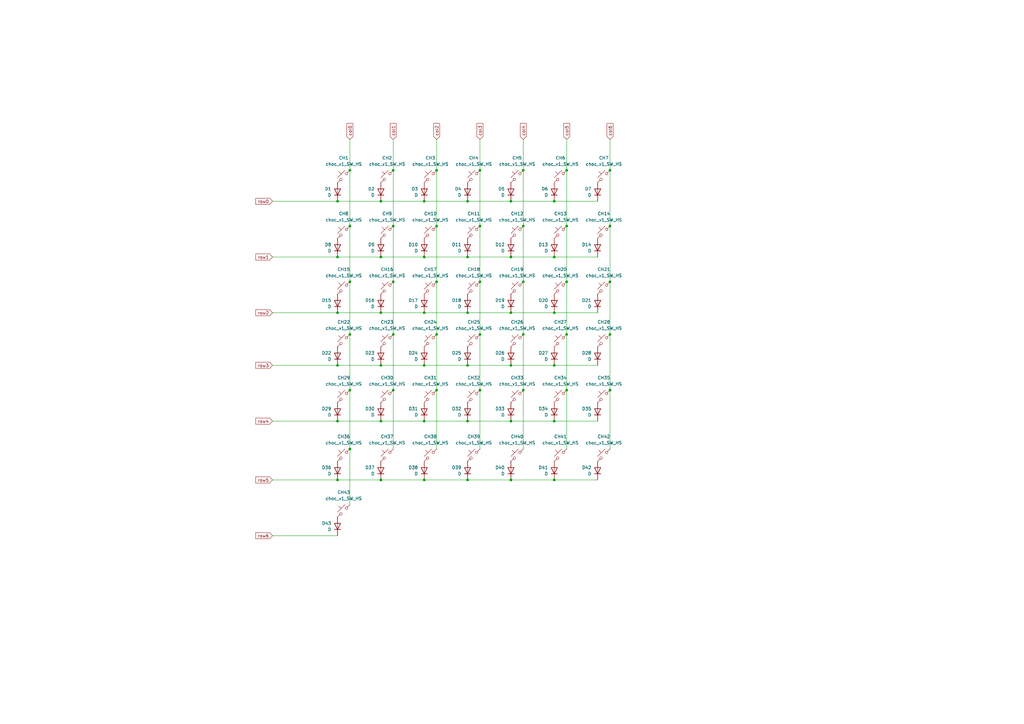
<source format=kicad_sch>
(kicad_sch (version 20231120) (generator "eeschema") (generator_version "8.0")
  (paper "A3")
  (lib_symbols
    (symbol "Device:D" (pin_numbers hide) (pin_names (offset 1.016) hide)
      (property "Reference" "D" (at 0 2.54 0))
      (property "Value" "D" (at 0 -2.54 0))
      (symbol "D_0_1"
        (polyline (pts (xy -1.27 1.27) (xy -1.27 -1.27)) (stroke (width 0.254)))
        (polyline (pts (xy 1.27 0) (xy -1.27 0)))
        (polyline (pts (xy 1.27 1.27) (xy 1.27 -1.27) (xy -1.27 0) (xy 1.27 1.27)) (stroke (width 0.254)))
      )
      (symbol "D_1_1"
        (pin passive line (at -3.81 0 0) (length 2.54) (name "K") (number "1"))
        (pin passive line (at 3.81 0 180) (length 2.54) (name "A") (number "2"))
      )
    )
    (symbol "PCM_marbastlib-choc:choc_v1_SW_HS_CPG135001S30" (pin_numbers hide) (pin_names (offset 1.016) hide)
      (property "Reference" "CH" (at 3.048 1.016 0))
      (property "Value" "choc_v1_SW_HS" (at 0 -3.81 0))
      (symbol "choc_v1_SW_HS_CPG135001S30_0_1"
        (circle (center -1.1684 1.1684) (radius 0.508))
        (polyline (pts (xy -0.508 2.54) (xy 2.54 -0.508)))
        (polyline (pts (xy 1.016 1.016) (xy 2.032 2.032)))
        (polyline (pts (xy -2.54 2.54) (xy -1.524 1.524) (xy -1.524 1.524)))
        (polyline (pts (xy 1.524 -1.524) (xy 2.54 -2.54) (xy 2.54 -2.54) (xy 2.54 -2.54)))
        (circle (center 1.143 -1.1938) (radius 0.508))
        (pin passive line (at -2.54 2.54 0) (length 0) (name "1") (number "1"))
        (pin passive line (at 2.54 -2.54 180) (length 0) (name "2") (number "2"))
      )
    )
  )
  (junction (at 232.41 92.71))
  (junction (at 138.43 149.86))
  (junction (at 227.33 128.27))
  (junction (at 232.41 137.16))
  (junction (at 227.33 82.55))
  (junction (at 191.77 149.86))
  (junction (at 173.99 105.41))
  (junction (at 196.85 69.85))
  (junction (at 191.77 196.85))
  (junction (at 156.21 128.27))
  (junction (at 143.51 160.02))
  (junction (at 138.43 82.55))
  (junction (at 143.51 184.15))
  (junction (at 232.41 69.85))
  (junction (at 227.33 172.72))
  (junction (at 250.19 115.57))
  (junction (at 138.43 172.72))
  (junction (at 173.99 82.55))
  (junction (at 138.43 196.85))
  (junction (at 161.29 69.85))
  (junction (at 143.51 92.71))
  (junction (at 250.19 69.85))
  (junction (at 196.85 137.16))
  (junction (at 173.99 172.72))
  (junction (at 250.19 92.71))
  (junction (at 214.63 69.85))
  (junction (at 173.99 196.85))
  (junction (at 179.07 115.57))
  (junction (at 138.43 105.41))
  (junction (at 138.43 128.27))
  (junction (at 191.77 172.72))
  (junction (at 196.85 160.02))
  (junction (at 191.77 82.55))
  (junction (at 227.33 196.85))
  (junction (at 161.29 92.71))
  (junction (at 227.33 149.86))
  (junction (at 143.51 137.16))
  (junction (at 156.21 196.85))
  (junction (at 214.63 92.71))
  (junction (at 250.19 160.02))
  (junction (at 191.77 105.41))
  (junction (at 196.85 92.71))
  (junction (at 250.19 137.16))
  (junction (at 173.99 149.86))
  (junction (at 232.41 160.02))
  (junction (at 161.29 160.02))
  (junction (at 227.33 105.41))
  (junction (at 173.99 128.27))
  (junction (at 209.55 149.86))
  (junction (at 179.07 92.71))
  (junction (at 179.07 137.16))
  (junction (at 209.55 196.85))
  (junction (at 232.41 115.57))
  (junction (at 156.21 149.86))
  (junction (at 214.63 137.16))
  (junction (at 209.55 105.41))
  (junction (at 179.07 69.85))
  (junction (at 209.55 172.72))
  (junction (at 156.21 82.55))
  (junction (at 209.55 82.55))
  (junction (at 156.21 172.72))
  (junction (at 191.77 128.27))
  (junction (at 143.51 115.57))
  (junction (at 156.21 105.41))
  (junction (at 143.51 69.85))
  (junction (at 196.85 115.57))
  (junction (at 209.55 128.27))
  (junction (at 214.63 115.57))
  (junction (at 161.29 137.16))
  (junction (at 179.07 160.02))
  (junction (at 214.63 160.02))
  (junction (at 161.29 115.57))
  (wire (pts (xy 196.85 92.71) (xy 196.85 115.57)))
  (wire (pts (xy 232.41 160.02) (xy 232.41 184.15)))
  (wire (pts (xy 196.85 160.02) (xy 196.85 184.15)))
  (wire (pts (xy 179.07 160.02) (xy 179.07 184.15)))
  (wire (pts (xy 161.29 137.16) (xy 161.29 160.02)))
  (wire (pts (xy 143.51 184.15) (xy 143.51 207.01)))
  (wire (pts (xy 179.07 137.16) (xy 179.07 160.02)))
  (wire (pts (xy 227.33 149.86) (xy 209.55 149.86)))
  (wire (pts (xy 179.07 115.57) (xy 179.07 137.16)))
  (wire (pts (xy 143.51 69.85) (xy 143.51 92.71)))
  (wire (pts (xy 111.76 219.71) (xy 138.43 219.71)))
  (wire (pts (xy 245.11 105.41) (xy 227.33 105.41)))
  (wire (pts (xy 111.76 128.27) (xy 138.43 128.27)))
  (wire (pts (xy 245.11 149.86) (xy 227.33 149.86)))
  (wire (pts (xy 111.76 82.55) (xy 138.43 82.55)))
  (wire (pts (xy 214.63 69.85) (xy 214.63 92.71)))
  (wire (pts (xy 214.63 92.71) (xy 214.63 115.57)))
  (wire (pts (xy 214.63 160.02) (xy 214.63 184.15)))
  (wire (pts (xy 250.19 160.02) (xy 250.19 184.15)))
  (wire (pts (xy 179.07 92.71) (xy 179.07 115.57)))
  (wire (pts (xy 214.63 137.16) (xy 214.63 160.02)))
  (wire (pts (xy 232.41 92.71) (xy 232.41 115.57)))
  (wire (pts (xy 111.76 105.41) (xy 138.43 105.41)))
  (wire (pts (xy 209.55 82.55) (xy 191.77 82.55)))
  (wire (pts (xy 161.29 92.71) (xy 161.29 115.57)))
  (wire (pts (xy 156.21 172.72) (xy 138.43 172.72)))
  (wire (pts (xy 232.41 115.57) (xy 232.41 137.16)))
  (wire (pts (xy 173.99 149.86) (xy 156.21 149.86)))
  (wire (pts (xy 156.21 149.86) (xy 138.43 149.86)))
  (wire (pts (xy 161.29 115.57) (xy 161.29 137.16)))
  (wire (pts (xy 250.19 92.71) (xy 250.19 115.57)))
  (wire (pts (xy 191.77 172.72) (xy 173.99 172.72)))
  (wire (pts (xy 245.11 172.72) (xy 227.33 172.72)))
  (wire (pts (xy 209.55 196.85) (xy 227.33 196.85)))
  (wire (pts (xy 156.21 196.85) (xy 138.43 196.85)))
  (wire (pts (xy 209.55 172.72) (xy 191.77 172.72)))
  (wire (pts (xy 227.33 82.55) (xy 209.55 82.55)))
  (wire (pts (xy 209.55 105.41) (xy 191.77 105.41)))
  (wire (pts (xy 191.77 82.55) (xy 173.99 82.55)))
  (wire (pts (xy 232.41 69.85) (xy 232.41 92.71)))
  (wire (pts (xy 156.21 82.55) (xy 138.43 82.55)))
  (wire (pts (xy 173.99 105.41) (xy 156.21 105.41)))
  (wire (pts (xy 191.77 196.85) (xy 209.55 196.85)))
  (wire (pts (xy 179.07 57.15) (xy 179.07 69.85)))
  (wire (pts (xy 250.19 57.15) (xy 250.19 69.85)))
  (wire (pts (xy 227.33 105.41) (xy 209.55 105.41)))
  (wire (pts (xy 232.41 137.16) (xy 232.41 160.02)))
  (wire (pts (xy 143.51 92.71) (xy 143.51 115.57)))
  (wire (pts (xy 191.77 196.85) (xy 173.99 196.85)))
  (wire (pts (xy 173.99 196.85) (xy 156.21 196.85)))
  (wire (pts (xy 250.19 69.85) (xy 250.19 92.71)))
  (wire (pts (xy 161.29 69.85) (xy 161.29 92.71)))
  (wire (pts (xy 156.21 105.41) (xy 138.43 105.41)))
  (wire (pts (xy 191.77 149.86) (xy 173.99 149.86)))
  (wire (pts (xy 173.99 82.55) (xy 156.21 82.55)))
  (wire (pts (xy 143.51 115.57) (xy 143.51 137.16)))
  (wire (pts (xy 161.29 57.15) (xy 161.29 69.85)))
  (wire (pts (xy 191.77 105.41) (xy 173.99 105.41)))
  (wire (pts (xy 214.63 115.57) (xy 214.63 137.16)))
  (wire (pts (xy 196.85 137.16) (xy 196.85 160.02)))
  (wire (pts (xy 111.76 196.85) (xy 138.43 196.85)))
  (wire (pts (xy 209.55 149.86) (xy 191.77 149.86)))
  (wire (pts (xy 250.19 137.16) (xy 250.19 160.02)))
  (wire (pts (xy 111.76 172.72) (xy 138.43 172.72)))
  (wire (pts (xy 143.51 137.16) (xy 143.51 160.02)))
  (wire (pts (xy 196.85 57.15) (xy 196.85 69.85)))
  (wire (pts (xy 227.33 172.72) (xy 209.55 172.72)))
  (wire (pts (xy 191.77 128.27) (xy 173.99 128.27)))
  (wire (pts (xy 245.11 128.27) (xy 227.33 128.27)))
  (wire (pts (xy 173.99 128.27) (xy 156.21 128.27)))
  (wire (pts (xy 143.51 160.02) (xy 143.51 184.15)))
  (wire (pts (xy 245.11 82.55) (xy 227.33 82.55)))
  (wire (pts (xy 250.19 115.57) (xy 250.19 137.16)))
  (wire (pts (xy 196.85 69.85) (xy 196.85 92.71)))
  (wire (pts (xy 161.29 160.02) (xy 161.29 184.15)))
  (wire (pts (xy 156.21 128.27) (xy 138.43 128.27)))
  (wire (pts (xy 143.51 57.15) (xy 143.51 69.85)))
  (wire (pts (xy 179.07 69.85) (xy 179.07 92.71)))
  (wire (pts (xy 214.63 57.15) (xy 214.63 69.85)))
  (wire (pts (xy 232.41 57.15) (xy 232.41 69.85)))
  (wire (pts (xy 196.85 115.57) (xy 196.85 137.16)))
  (wire (pts (xy 173.99 172.72) (xy 156.21 172.72)))
  (wire (pts (xy 111.76 149.86) (xy 138.43 149.86)))
  (wire (pts (xy 209.55 128.27) (xy 191.77 128.27)))
  (wire (pts (xy 227.33 128.27) (xy 209.55 128.27)))
  (wire (pts (xy 227.33 196.85) (xy 245.11 196.85)))
  (global_label "row6" (shape input) (at 111.76 219.71 180) (property "Intersheetrefs" "${INTERSHEET_REFS}" (effects (hide yes))))
  (global_label "col2" (shape input) (at 179.07 57.15 90) (property "Intersheetrefs" "${INTERSHEET_REFS}" (effects (hide yes))))
  (global_label "col1" (shape input) (at 161.29 57.15 90) (property "Intersheetrefs" "${INTERSHEET_REFS}" (effects (hide yes))))
  (global_label "row4" (shape input) (at 111.76 172.72 180) (property "Intersheetrefs" "${INTERSHEET_REFS}" (effects (hide yes))))
  (global_label "row0" (shape input) (at 111.76 82.55 180) (property "Intersheetrefs" "${INTERSHEET_REFS}" (effects (hide yes))))
  (global_label "col6" (shape input) (at 250.19 57.15 90) (property "Intersheetrefs" "${INTERSHEET_REFS}" (effects (hide yes))))
  (global_label "row3" (shape input) (at 111.76 149.86 180) (property "Intersheetrefs" "${INTERSHEET_REFS}" (effects (hide yes))))
  (global_label "col4" (shape input) (at 214.63 57.15 90) (property "Intersheetrefs" "${INTERSHEET_REFS}" (effects (hide yes))))
  (global_label "col3" (shape input) (at 196.85 57.15 90) (property "Intersheetrefs" "${INTERSHEET_REFS}" (effects (hide yes))))
  (global_label "row2" (shape input) (at 111.76 128.27 180) (property "Intersheetrefs" "${INTERSHEET_REFS}" (effects (hide yes))))
  (global_label "col0" (shape input) (at 143.51 57.15 90) (property "Intersheetrefs" "${INTERSHEET_REFS}" (effects (hide yes))))
  (global_label "row5" (shape input) (at 111.76 196.85 180) (property "Intersheetrefs" "${INTERSHEET_REFS}" (effects (hide yes))))
  (global_label "row1" (shape input) (at 111.76 105.41 180) (property "Intersheetrefs" "${INTERSHEET_REFS}" (effects (hide yes))))
  (global_label "col5" (shape input) (at 232.41 57.15 90) (property "Intersheetrefs" "${INTERSHEET_REFS}" (effects (hide yes))))
  (symbol (lib_id "Device:D") (at 227.33 124.46 270) (mirror x) (unit 1)
    (property "Reference" "D20" (at 224.79 123.1899 90) (effects (justify right)))
    (property "Value" "D" (at 224.79 125.7299 90) (effects (justify right)))
    (property "Footprint" "Diode_SMD:D_SOD-123" (effects (hide yes)))
    (property "Description" "Diode" (effects (hide yes)))
    (property "Sim.Device" "D" (effects (hide yes)))
    (property "Sim.Pins" "1=K 2=A" (effects (hide yes)))
  )
  (symbol (lib_id "Device:D") (at 245.11 193.04 270) (mirror x) (unit 1)
    (property "Reference" "D42" (at 242.57 191.7699 90) (effects (justify right)))
    (property "Value" "D" (at 242.57 194.3099 90) (effects (justify right)))
    (property "Footprint" "Diode_SMD:D_SOD-123" (effects (hide yes)))
    (property "Description" "Diode" (effects (hide yes)))
    (property "Sim.Device" "D" (effects (hide yes)))
    (property "Sim.Pins" "1=K 2=A" (effects (hide yes)))
  )
  (symbol (lib_id "Device:D") (at 209.55 168.91 270) (mirror x) (unit 1)
    (property "Reference" "D33" (at 207.01 167.6399 90) (effects (justify right)))
    (property "Value" "D" (at 207.01 170.1799 90) (effects (justify right)))
    (property "Footprint" "Diode_SMD:D_SOD-123" (effects (hide yes)))
    (property "Description" "Diode" (effects (hide yes)))
    (property "Sim.Device" "D" (effects (hide yes)))
    (property "Sim.Pins" "1=K 2=A" (effects (hide yes)))
  )
  (symbol (lib_id "PCM_marbastlib-choc:choc_v1_SW_HS_CPG135001S30") (at 247.65 162.56 0) (mirror y) (unit 1)
    (property "Reference" "CH35" (at 247.65 154.94 0))
    (property "Value" "choc_v1_SW_HS" (at 247.65 157.48 0))
    (property "Footprint" "PCM_marbastlib-choc:SW_choc_v1_HS_CPG135001S30_1.5u" (effects (hide yes)))
    (property "Description" "Push button switch, normally open, two pins, 45° tilted" (effects (hide yes)))
  )
  (symbol (lib_id "Device:D") (at 156.21 146.05 270) (mirror x) (unit 1)
    (property "Reference" "D23" (at 153.67 144.7799 90) (effects (justify right)))
    (property "Value" "D" (at 153.67 147.3199 90) (effects (justify right)))
    (property "Footprint" "Diode_SMD:D_SOD-123" (effects (hide yes)))
    (property "Description" "Diode" (effects (hide yes)))
    (property "Sim.Device" "D" (effects (hide yes)))
    (property "Sim.Pins" "1=K 2=A" (effects (hide yes)))
  )
  (symbol (lib_id "Device:D") (at 191.77 146.05 270) (mirror x) (unit 1)
    (property "Reference" "D25" (at 189.23 144.7799 90) (effects (justify right)))
    (property "Value" "D" (at 189.23 147.3199 90) (effects (justify right)))
    (property "Footprint" "Diode_SMD:D_SOD-123" (effects (hide yes)))
    (property "Description" "Diode" (effects (hide yes)))
    (property "Sim.Device" "D" (effects (hide yes)))
    (property "Sim.Pins" "1=K 2=A" (effects (hide yes)))
  )
  (symbol (lib_id "PCM_marbastlib-choc:choc_v1_SW_HS_CPG135001S30") (at 212.09 186.69 0) (mirror y) (unit 1)
    (property "Reference" "CH40" (at 212.09 179.07 0))
    (property "Value" "choc_v1_SW_HS" (at 212.09 181.61 0))
    (property "Footprint" "PCM_marbastlib-choc:SW_choc_v1_HS_CPG135001S30_1u" (effects (hide yes)))
    (property "Description" "Push button switch, normally open, two pins, 45° tilted" (effects (hide yes)))
  )
  (symbol (lib_id "PCM_marbastlib-choc:choc_v1_SW_HS_CPG135001S30") (at 229.87 186.69 0) (mirror y) (unit 1)
    (property "Reference" "CH41" (at 229.87 179.07 0))
    (property "Value" "choc_v1_SW_HS" (at 229.87 181.61 0))
    (property "Footprint" "PCM_marbastlib-choc:SW_choc_v1_HS_CPG135001S30_1u" (effects (hide yes)))
    (property "Description" "Push button switch, normally open, two pins, 45° tilted" (effects (hide yes)))
  )
  (symbol (lib_id "PCM_marbastlib-choc:choc_v1_SW_HS_CPG135001S30") (at 158.75 95.25 0) (mirror y) (unit 1)
    (property "Reference" "CH9" (at 158.75 87.63 0))
    (property "Value" "choc_v1_SW_HS" (at 158.75 90.17 0))
    (property "Footprint" "PCM_marbastlib-choc:SW_choc_v1_HS_CPG135001S30_1u" (effects (hide yes)))
    (property "Description" "Push button switch, normally open, two pins, 45° tilted" (effects (hide yes)))
  )
  (symbol (lib_id "Device:D") (at 191.77 124.46 270) (mirror x) (unit 1)
    (property "Reference" "D18" (at 189.23 123.1899 90) (effects (justify right)))
    (property "Value" "D" (at 189.23 125.7299 90) (effects (justify right)))
    (property "Footprint" "Diode_SMD:D_SOD-123" (effects (hide yes)))
    (property "Description" "Diode" (effects (hide yes)))
    (property "Sim.Device" "D" (effects (hide yes)))
    (property "Sim.Pins" "1=K 2=A" (effects (hide yes)))
  )
  (symbol (lib_id "Device:D") (at 227.33 101.6 270) (mirror x) (unit 1)
    (property "Reference" "D13" (at 224.79 100.3299 90) (effects (justify right)))
    (property "Value" "D" (at 224.79 102.8699 90) (effects (justify right)))
    (property "Footprint" "Diode_SMD:D_SOD-123" (effects (hide yes)))
    (property "Description" "Diode" (effects (hide yes)))
    (property "Sim.Device" "D" (effects (hide yes)))
    (property "Sim.Pins" "1=K 2=A" (effects (hide yes)))
  )
  (symbol (lib_id "Device:D") (at 138.43 78.74 270) (mirror x) (unit 1)
    (property "Reference" "D1" (at 135.89 77.4699 90) (effects (justify right)))
    (property "Value" "D" (at 135.89 80.0099 90) (effects (justify right)))
    (property "Footprint" "Diode_SMD:D_SOD-123" (effects (hide yes)))
    (property "Description" "Diode" (effects (hide yes)))
    (property "Sim.Device" "D" (effects (hide yes)))
    (property "Sim.Pins" "1=K 2=A" (effects (hide yes)))
  )
  (symbol (lib_id "PCM_marbastlib-choc:choc_v1_SW_HS_CPG135001S30") (at 212.09 118.11 0) (mirror y) (unit 1)
    (property "Reference" "CH19" (at 212.09 110.49 0))
    (property "Value" "choc_v1_SW_HS" (at 212.09 113.03 0))
    (property "Footprint" "PCM_marbastlib-choc:SW_choc_v1_HS_CPG135001S30_1u" (effects (hide yes)))
    (property "Description" "Push button switch, normally open, two pins, 45° tilted" (effects (hide yes)))
  )
  (symbol (lib_id "Device:D") (at 227.33 168.91 270) (mirror x) (unit 1)
    (property "Reference" "D34" (at 224.79 167.6399 90) (effects (justify right)))
    (property "Value" "D" (at 224.79 170.1799 90) (effects (justify right)))
    (property "Footprint" "Diode_SMD:D_SOD-123" (effects (hide yes)))
    (property "Description" "Diode" (effects (hide yes)))
    (property "Sim.Device" "D" (effects (hide yes)))
    (property "Sim.Pins" "1=K 2=A" (effects (hide yes)))
  )
  (symbol (lib_id "PCM_marbastlib-choc:choc_v1_SW_HS_CPG135001S30") (at 229.87 95.25 0) (mirror y) (unit 1)
    (property "Reference" "CH13" (at 229.87 87.63 0))
    (property "Value" "choc_v1_SW_HS" (at 229.87 90.17 0))
    (property "Footprint" "PCM_marbastlib-choc:SW_choc_v1_HS_CPG135001S30_1u" (effects (hide yes)))
    (property "Description" "Push button switch, normally open, two pins, 45° tilted" (effects (hide yes)))
  )
  (symbol (lib_id "Device:D") (at 156.21 101.6 270) (mirror x) (unit 1)
    (property "Reference" "D9" (at 153.67 100.3299 90) (effects (justify right)))
    (property "Value" "D" (at 153.67 102.8699 90) (effects (justify right)))
    (property "Footprint" "Diode_SMD:D_SOD-123" (effects (hide yes)))
    (property "Description" "Diode" (effects (hide yes)))
    (property "Sim.Device" "D" (effects (hide yes)))
    (property "Sim.Pins" "1=K 2=A" (effects (hide yes)))
  )
  (symbol (lib_id "PCM_marbastlib-choc:choc_v1_SW_HS_CPG135001S30") (at 158.75 139.7 0) (mirror y) (unit 1)
    (property "Reference" "CH23" (at 158.75 132.08 0))
    (property "Value" "choc_v1_SW_HS" (at 158.75 134.62 0))
    (property "Footprint" "PCM_marbastlib-choc:SW_choc_v1_HS_CPG135001S30_1u" (effects (hide yes)))
    (property "Description" "Push button switch, normally open, two pins, 45° tilted" (effects (hide yes)))
  )
  (symbol (lib_id "PCM_marbastlib-choc:choc_v1_SW_HS_CPG135001S30") (at 158.75 162.56 0) (mirror y) (unit 1)
    (property "Reference" "CH30" (at 158.75 154.94 0))
    (property "Value" "choc_v1_SW_HS" (at 158.75 157.48 0))
    (property "Footprint" "PCM_marbastlib-choc:SW_choc_v1_HS_CPG135001S30_1u" (effects (hide yes)))
    (property "Description" "Push button switch, normally open, two pins, 45° tilted" (effects (hide yes)))
  )
  (symbol (lib_id "Device:D") (at 138.43 146.05 270) (mirror x) (unit 1)
    (property "Reference" "D22" (at 135.89 144.7799 90) (effects (justify right)))
    (property "Value" "D" (at 135.89 147.3199 90) (effects (justify right)))
    (property "Footprint" "Diode_SMD:D_SOD-123" (effects (hide yes)))
    (property "Description" "Diode" (effects (hide yes)))
    (property "Sim.Device" "D" (effects (hide yes)))
    (property "Sim.Pins" "1=K 2=A" (effects (hide yes)))
  )
  (symbol (lib_id "PCM_marbastlib-choc:choc_v1_SW_HS_CPG135001S30") (at 194.31 72.39 0) (mirror y) (unit 1)
    (property "Reference" "CH4" (at 194.31 64.77 0))
    (property "Value" "choc_v1_SW_HS" (at 194.31 67.31 0))
    (property "Footprint" "PCM_marbastlib-choc:SW_choc_v1_HS_CPG135001S30_1u" (effects (hide yes)))
    (property "Description" "Push button switch, normally open, two pins, 45° tilted" (effects (hide yes)))
  )
  (symbol (lib_id "PCM_marbastlib-choc:choc_v1_SW_HS_CPG135001S30") (at 140.97 139.7 0) (mirror y) (unit 1)
    (property "Reference" "CH22" (at 140.97 132.08 0))
    (property "Value" "choc_v1_SW_HS" (at 140.97 134.62 0))
    (property "Footprint" "PCM_marbastlib-choc:SW_choc_v1_HS_CPG135001S30_1u" (effects (hide yes)))
    (property "Description" "Push button switch, normally open, two pins, 45° tilted" (effects (hide yes)))
  )
  (symbol (lib_id "Device:D") (at 245.11 124.46 270) (mirror x) (unit 1)
    (property "Reference" "D21" (at 242.57 123.1899 90) (effects (justify right)))
    (property "Value" "D" (at 242.57 125.7299 90) (effects (justify right)))
    (property "Footprint" "Diode_SMD:D_SOD-123" (effects (hide yes)))
    (property "Description" "Diode" (effects (hide yes)))
    (property "Sim.Device" "D" (effects (hide yes)))
    (property "Sim.Pins" "1=K 2=A" (effects (hide yes)))
  )
  (symbol (lib_id "Device:D") (at 245.11 168.91 270) (mirror x) (unit 1)
    (property "Reference" "D35" (at 242.57 167.6399 90) (effects (justify right)))
    (property "Value" "D" (at 242.57 170.1799 90) (effects (justify right)))
    (property "Footprint" "Diode_SMD:D_SOD-123" (effects (hide yes)))
    (property "Description" "Diode" (effects (hide yes)))
    (property "Sim.Device" "D" (effects (hide yes)))
    (property "Sim.Pins" "1=K 2=A" (effects (hide yes)))
  )
  (symbol (lib_id "Device:D") (at 191.77 101.6 270) (mirror x) (unit 1)
    (property "Reference" "D11" (at 189.23 100.3299 90) (effects (justify right)))
    (property "Value" "D" (at 189.23 102.8699 90) (effects (justify right)))
    (property "Footprint" "Diode_SMD:D_SOD-123" (effects (hide yes)))
    (property "Description" "Diode" (effects (hide yes)))
    (property "Sim.Device" "D" (effects (hide yes)))
    (property "Sim.Pins" "1=K 2=A" (effects (hide yes)))
  )
  (symbol (lib_id "PCM_marbastlib-choc:choc_v1_SW_HS_CPG135001S30") (at 247.65 118.11 0) (mirror y) (unit 1)
    (property "Reference" "CH21" (at 247.65 110.49 0))
    (property "Value" "choc_v1_SW_HS" (at 247.65 113.03 0))
    (property "Footprint" "PCM_marbastlib-choc:SW_choc_v1_HS_CPG135001S30_1.5u" (effects (hide yes)))
    (property "Description" "Push button switch, normally open, two pins, 45° tilted" (effects (hide yes)))
  )
  (symbol (lib_id "PCM_marbastlib-choc:choc_v1_SW_HS_CPG135001S30") (at 176.53 139.7 0) (mirror y) (unit 1)
    (property "Reference" "CH24" (at 176.53 132.08 0))
    (property "Value" "choc_v1_SW_HS" (at 176.53 134.62 0))
    (property "Footprint" "PCM_marbastlib-choc:SW_choc_v1_HS_CPG135001S30_1u" (effects (hide yes)))
    (property "Description" "Push button switch, normally open, two pins, 45° tilted" (effects (hide yes)))
  )
  (symbol (lib_id "PCM_marbastlib-choc:choc_v1_SW_HS_CPG135001S30") (at 229.87 162.56 0) (mirror y) (unit 1)
    (property "Reference" "CH34" (at 229.87 154.94 0))
    (property "Value" "choc_v1_SW_HS" (at 229.87 157.48 0))
    (property "Footprint" "PCM_marbastlib-choc:SW_choc_v1_HS_CPG135001S30_1u" (effects (hide yes)))
    (property "Description" "Push button switch, normally open, two pins, 45° tilted" (effects (hide yes)))
  )
  (symbol (lib_id "PCM_marbastlib-choc:choc_v1_SW_HS_CPG135001S30") (at 158.75 118.11 0) (mirror y) (unit 1)
    (property "Reference" "CH16" (at 158.75 110.49 0))
    (property "Value" "choc_v1_SW_HS" (at 158.75 113.03 0))
    (property "Footprint" "PCM_marbastlib-choc:SW_choc_v1_HS_CPG135001S30_1u" (effects (hide yes)))
    (property "Description" "Push button switch, normally open, two pins, 45° tilted" (effects (hide yes)))
  )
  (symbol (lib_id "Device:D") (at 191.77 193.04 270) (mirror x) (unit 1)
    (property "Reference" "D39" (at 189.23 191.7699 90) (effects (justify right)))
    (property "Value" "D" (at 189.23 194.3099 90) (effects (justify right)))
    (property "Footprint" "Diode_SMD:D_SOD-123" (effects (hide yes)))
    (property "Description" "Diode" (effects (hide yes)))
    (property "Sim.Device" "D" (effects (hide yes)))
    (property "Sim.Pins" "1=K 2=A" (effects (hide yes)))
  )
  (symbol (lib_id "Device:D") (at 138.43 168.91 270) (mirror x) (unit 1)
    (property "Reference" "D29" (at 135.89 167.6399 90) (effects (justify right)))
    (property "Value" "D" (at 135.89 170.1799 90) (effects (justify right)))
    (property "Footprint" "Diode_SMD:D_SOD-123" (effects (hide yes)))
    (property "Description" "Diode" (effects (hide yes)))
    (property "Sim.Device" "D" (effects (hide yes)))
    (property "Sim.Pins" "1=K 2=A" (effects (hide yes)))
  )
  (symbol (lib_id "PCM_marbastlib-choc:choc_v1_SW_HS_CPG135001S30") (at 140.97 162.56 0) (mirror y) (unit 1)
    (property "Reference" "CH29" (at 140.97 154.94 0))
    (property "Value" "choc_v1_SW_HS" (at 140.97 157.48 0))
    (property "Footprint" "PCM_marbastlib-choc:SW_choc_v1_HS_CPG135001S30_1u" (effects (hide yes)))
    (property "Description" "Push button switch, normally open, two pins, 45° tilted" (effects (hide yes)))
  )
  (symbol (lib_id "PCM_marbastlib-choc:choc_v1_SW_HS_CPG135001S30") (at 229.87 72.39 0) (mirror y) (unit 1)
    (property "Reference" "CH6" (at 229.87 64.77 0))
    (property "Value" "choc_v1_SW_HS" (at 229.87 67.31 0))
    (property "Footprint" "PCM_marbastlib-choc:SW_choc_v1_HS_CPG135001S30_1u" (effects (hide yes)))
    (property "Description" "Push button switch, normally open, two pins, 45° tilted" (effects (hide yes)))
  )
  (symbol (lib_id "PCM_marbastlib-choc:choc_v1_SW_HS_CPG135001S30") (at 176.53 186.69 0) (mirror y) (unit 1)
    (property "Reference" "CH38" (at 176.53 179.07 0))
    (property "Value" "choc_v1_SW_HS" (at 176.53 181.61 0))
    (property "Footprint" "PCM_marbastlib-choc:SW_choc_v1_HS_CPG135001S30_1.5u" (effects (hide yes)))
    (property "Description" "Push button switch, normally open, two pins, 45° tilted" (effects (hide yes)))
  )
  (symbol (lib_id "PCM_marbastlib-choc:choc_v1_SW_HS_CPG135001S30") (at 247.65 72.39 0) (mirror y) (unit 1)
    (property "Reference" "CH7" (at 247.65 64.77 0))
    (property "Value" "choc_v1_SW_HS" (at 247.65 67.31 0))
    (property "Footprint" "PCM_marbastlib-choc:SW_choc_v1_HS_CPG135001S30_1.5u" (effects (hide yes)))
    (property "Description" "Push button switch, normally open, two pins, 45° tilted" (effects (hide yes)))
  )
  (symbol (lib_id "Device:D") (at 227.33 193.04 270) (mirror x) (unit 1)
    (property "Reference" "D41" (at 224.79 191.7699 90) (effects (justify right)))
    (property "Value" "D" (at 224.79 194.3099 90) (effects (justify right)))
    (property "Footprint" "Diode_SMD:D_SOD-123" (effects (hide yes)))
    (property "Description" "Diode" (effects (hide yes)))
    (property "Sim.Device" "D" (effects (hide yes)))
    (property "Sim.Pins" "1=K 2=A" (effects (hide yes)))
  )
  (symbol (lib_id "PCM_marbastlib-choc:choc_v1_SW_HS_CPG135001S30") (at 140.97 186.69 0) (mirror y) (unit 1)
    (property "Reference" "CH36" (at 140.97 179.07 0))
    (property "Value" "choc_v1_SW_HS" (at 140.97 181.61 0))
    (property "Footprint" "PCM_marbastlib-choc:SW_choc_v1_HS_CPG135001S30_1u" (effects (hide yes)))
    (property "Description" "Push button switch, normally open, two pins, 45° tilted" (effects (hide yes)))
  )
  (symbol (lib_id "Device:D") (at 245.11 146.05 270) (mirror x) (unit 1)
    (property "Reference" "D28" (at 242.57 144.7799 90) (effects (justify right)))
    (property "Value" "D" (at 242.57 147.3199 90) (effects (justify right)))
    (property "Footprint" "Diode_SMD:D_SOD-123" (effects (hide yes)))
    (property "Description" "Diode" (effects (hide yes)))
    (property "Sim.Device" "D" (effects (hide yes)))
    (property "Sim.Pins" "1=K 2=A" (effects (hide yes)))
  )
  (symbol (lib_id "Device:D") (at 209.55 101.6 270) (mirror x) (unit 1)
    (property "Reference" "D12" (at 207.01 100.3299 90) (effects (justify right)))
    (property "Value" "D" (at 207.01 102.8699 90) (effects (justify right)))
    (property "Footprint" "Diode_SMD:D_SOD-123" (effects (hide yes)))
    (property "Description" "Diode" (effects (hide yes)))
    (property "Sim.Device" "D" (effects (hide yes)))
    (property "Sim.Pins" "1=K 2=A" (effects (hide yes)))
  )
  (symbol (lib_id "Device:D") (at 173.99 168.91 270) (mirror x) (unit 1)
    (property "Reference" "D31" (at 171.45 167.6399 90) (effects (justify right)))
    (property "Value" "D" (at 171.45 170.1799 90) (effects (justify right)))
    (property "Footprint" "Diode_SMD:D_SOD-123" (effects (hide yes)))
    (property "Description" "Diode" (effects (hide yes)))
    (property "Sim.Device" "D" (effects (hide yes)))
    (property "Sim.Pins" "1=K 2=A" (effects (hide yes)))
  )
  (symbol (lib_id "PCM_marbastlib-choc:choc_v1_SW_HS_CPG135001S30") (at 176.53 118.11 0) (mirror y) (unit 1)
    (property "Reference" "CH17" (at 176.53 110.49 0))
    (property "Value" "choc_v1_SW_HS" (at 176.53 113.03 0))
    (property "Footprint" "PCM_marbastlib-choc:SW_choc_v1_HS_CPG135001S30_1u" (effects (hide yes)))
    (property "Description" "Push button switch, normally open, two pins, 45° tilted" (effects (hide yes)))
  )
  (symbol (lib_id "Device:D") (at 138.43 101.6 270) (mirror x) (unit 1)
    (property "Reference" "D8" (at 135.89 100.3299 90) (effects (justify right)))
    (property "Value" "D" (at 135.89 102.8699 90) (effects (justify right)))
    (property "Footprint" "Diode_SMD:D_SOD-123" (effects (hide yes)))
    (property "Description" "Diode" (effects (hide yes)))
    (property "Sim.Device" "D" (effects (hide yes)))
    (property "Sim.Pins" "1=K 2=A" (effects (hide yes)))
  )
  (symbol (lib_id "PCM_marbastlib-choc:choc_v1_SW_HS_CPG135001S30") (at 140.97 72.39 0) (mirror y) (unit 1)
    (property "Reference" "CH1" (at 140.97 64.77 0))
    (property "Value" "choc_v1_SW_HS" (at 140.97 67.31 0))
    (property "Footprint" "PCM_marbastlib-choc:SW_choc_v1_HS_CPG135001S30_1u" (effects (hide yes)))
    (property "Description" "Push button switch, normally open, two pins, 45° tilted" (effects (hide yes)))
  )
  (symbol (lib_id "PCM_marbastlib-choc:choc_v1_SW_HS_CPG135001S30") (at 194.31 162.56 0) (mirror y) (unit 1)
    (property "Reference" "CH32" (at 194.31 154.94 0))
    (property "Value" "choc_v1_SW_HS" (at 194.31 157.48 0))
    (property "Footprint" "PCM_marbastlib-choc:SW_choc_v1_HS_CPG135001S30_1u" (effects (hide yes)))
    (property "Description" "Push button switch, normally open, two pins, 45° tilted" (effects (hide yes)))
  )
  (symbol (lib_id "PCM_marbastlib-choc:choc_v1_SW_HS_CPG135001S30") (at 194.31 118.11 0) (mirror y) (unit 1)
    (property "Reference" "CH18" (at 194.31 110.49 0))
    (property "Value" "choc_v1_SW_HS" (at 194.31 113.03 0))
    (property "Footprint" "PCM_marbastlib-choc:SW_choc_v1_HS_CPG135001S30_1u" (effects (hide yes)))
    (property "Description" "Push button switch, normally open, two pins, 45° tilted" (effects (hide yes)))
  )
  (symbol (lib_id "PCM_marbastlib-choc:choc_v1_SW_HS_CPG135001S30") (at 176.53 95.25 0) (mirror y) (unit 1)
    (property "Reference" "CH10" (at 176.53 87.63 0))
    (property "Value" "choc_v1_SW_HS" (at 176.53 90.17 0))
    (property "Footprint" "PCM_marbastlib-choc:SW_choc_v1_HS_CPG135001S30_1u" (effects (hide yes)))
    (property "Description" "Push button switch, normally open, two pins, 45° tilted" (effects (hide yes)))
  )
  (symbol (lib_id "Device:D") (at 191.77 168.91 270) (mirror x) (unit 1)
    (property "Reference" "D32" (at 189.23 167.6399 90) (effects (justify right)))
    (property "Value" "D" (at 189.23 170.1799 90) (effects (justify right)))
    (property "Footprint" "Diode_SMD:D_SOD-123" (effects (hide yes)))
    (property "Description" "Diode" (effects (hide yes)))
    (property "Sim.Device" "D" (effects (hide yes)))
    (property "Sim.Pins" "1=K 2=A" (effects (hide yes)))
  )
  (symbol (lib_id "Device:D") (at 156.21 168.91 270) (mirror x) (unit 1)
    (property "Reference" "D30" (at 153.67 167.6399 90) (effects (justify right)))
    (property "Value" "D" (at 153.67 170.1799 90) (effects (justify right)))
    (property "Footprint" "Diode_SMD:D_SOD-123" (effects (hide yes)))
    (property "Description" "Diode" (effects (hide yes)))
    (property "Sim.Device" "D" (effects (hide yes)))
    (property "Sim.Pins" "1=K 2=A" (effects (hide yes)))
  )
  (symbol (lib_id "Device:D") (at 227.33 146.05 270) (mirror x) (unit 1)
    (property "Reference" "D27" (at 224.79 144.7799 90) (effects (justify right)))
    (property "Value" "D" (at 224.79 147.3199 90) (effects (justify right)))
    (property "Footprint" "Diode_SMD:D_SOD-123" (effects (hide yes)))
    (property "Description" "Diode" (effects (hide yes)))
    (property "Sim.Device" "D" (effects (hide yes)))
    (property "Sim.Pins" "1=K 2=A" (effects (hide yes)))
  )
  (symbol (lib_id "Device:D") (at 209.55 124.46 270) (mirror x) (unit 1)
    (property "Reference" "D19" (at 207.01 123.1899 90) (effects (justify right)))
    (property "Value" "D" (at 207.01 125.7299 90) (effects (justify right)))
    (property "Footprint" "Diode_SMD:D_SOD-123" (effects (hide yes)))
    (property "Description" "Diode" (effects (hide yes)))
    (property "Sim.Device" "D" (effects (hide yes)))
    (property "Sim.Pins" "1=K 2=A" (effects (hide yes)))
  )
  (symbol (lib_id "Device:D") (at 173.99 146.05 270) (mirror x) (unit 1)
    (property "Reference" "D24" (at 171.45 144.7799 90) (effects (justify right)))
    (property "Value" "D" (at 171.45 147.3199 90) (effects (justify right)))
    (property "Footprint" "Diode_SMD:D_SOD-123" (effects (hide yes)))
    (property "Description" "Diode" (effects (hide yes)))
    (property "Sim.Device" "D" (effects (hide yes)))
    (property "Sim.Pins" "1=K 2=A" (effects (hide yes)))
  )
  (symbol (lib_id "Device:D") (at 245.11 78.74 270) (mirror x) (unit 1)
    (property "Reference" "D7" (at 242.57 77.4699 90) (effects (justify right)))
    (property "Value" "D" (at 242.57 80.0099 90) (effects (justify right)))
    (property "Footprint" "Diode_SMD:D_SOD-123" (effects (hide yes)))
    (property "Description" "Diode" (effects (hide yes)))
    (property "Sim.Device" "D" (effects (hide yes)))
    (property "Sim.Pins" "1=K 2=A" (effects (hide yes)))
  )
  (symbol (lib_id "PCM_marbastlib-choc:choc_v1_SW_HS_CPG135001S30") (at 229.87 139.7 0) (mirror y) (unit 1)
    (property "Reference" "CH27" (at 229.87 132.08 0))
    (property "Value" "choc_v1_SW_HS" (at 229.87 134.62 0))
    (property "Footprint" "PCM_marbastlib-choc:SW_choc_v1_HS_CPG135001S30_1u" (effects (hide yes)))
    (property "Description" "Push button switch, normally open, two pins, 45° tilted" (effects (hide yes)))
  )
  (symbol (lib_id "Device:D") (at 156.21 78.74 270) (mirror x) (unit 1)
    (property "Reference" "D2" (at 153.67 77.4699 90) (effects (justify right)))
    (property "Value" "D" (at 153.67 80.0099 90) (effects (justify right)))
    (property "Footprint" "Diode_SMD:D_SOD-123" (effects (hide yes)))
    (property "Description" "Diode" (effects (hide yes)))
    (property "Sim.Device" "D" (effects (hide yes)))
    (property "Sim.Pins" "1=K 2=A" (effects (hide yes)))
  )
  (symbol (lib_id "PCM_marbastlib-choc:choc_v1_SW_HS_CPG135001S30") (at 194.31 139.7 0) (mirror y) (unit 1)
    (property "Reference" "CH25" (at 194.31 132.08 0))
    (property "Value" "choc_v1_SW_HS" (at 194.31 134.62 0))
    (property "Footprint" "PCM_marbastlib-choc:SW_choc_v1_HS_CPG135001S30_1u" (effects (hide yes)))
    (property "Description" "Push button switch, normally open, two pins, 45° tilted" (effects (hide yes)))
  )
  (symbol (lib_id "Device:D") (at 173.99 101.6 270) (mirror x) (unit 1)
    (property "Reference" "D10" (at 171.45 100.3299 90) (effects (justify right)))
    (property "Value" "D" (at 171.45 102.8699 90) (effects (justify right)))
    (property "Footprint" "Diode_SMD:D_SOD-123" (effects (hide yes)))
    (property "Description" "Diode" (effects (hide yes)))
    (property "Sim.Device" "D" (effects (hide yes)))
    (property "Sim.Pins" "1=K 2=A" (effects (hide yes)))
  )
  (symbol (lib_id "Device:D") (at 227.33 78.74 270) (mirror x) (unit 1)
    (property "Reference" "D6" (at 224.79 77.4699 90) (effects (justify right)))
    (property "Value" "D" (at 224.79 80.0099 90) (effects (justify right)))
    (property "Footprint" "Diode_SMD:D_SOD-123" (effects (hide yes)))
    (property "Description" "Diode" (effects (hide yes)))
    (property "Sim.Device" "D" (effects (hide yes)))
    (property "Sim.Pins" "1=K 2=A" (effects (hide yes)))
  )
  (symbol (lib_id "Device:D") (at 173.99 78.74 270) (mirror x) (unit 1)
    (property "Reference" "D3" (at 171.45 77.4699 90) (effects (justify right)))
    (property "Value" "D" (at 171.45 80.0099 90) (effects (justify right)))
    (property "Footprint" "Diode_SMD:D_SOD-123" (effects (hide yes)))
    (property "Description" "Diode" (effects (hide yes)))
    (property "Sim.Device" "D" (effects (hide yes)))
    (property "Sim.Pins" "1=K 2=A" (effects (hide yes)))
  )
  (symbol (lib_id "Device:D") (at 138.43 124.46 270) (mirror x) (unit 1)
    (property "Reference" "D15" (at 135.89 123.1899 90) (effects (justify right)))
    (property "Value" "D" (at 135.89 125.7299 90) (effects (justify right)))
    (property "Footprint" "Diode_SMD:D_SOD-123" (effects (hide yes)))
    (property "Description" "Diode" (effects (hide yes)))
    (property "Sim.Device" "D" (effects (hide yes)))
    (property "Sim.Pins" "1=K 2=A" (effects (hide yes)))
  )
  (symbol (lib_id "PCM_marbastlib-choc:choc_v1_SW_HS_CPG135001S30") (at 140.97 95.25 0) (mirror y) (unit 1)
    (property "Reference" "CH8" (at 140.97 87.63 0))
    (property "Value" "choc_v1_SW_HS" (at 140.97 90.17 0))
    (property "Footprint" "PCM_marbastlib-choc:SW_choc_v1_HS_CPG135001S30_1u" (effects (hide yes)))
    (property "Description" "Push button switch, normally open, two pins, 45° tilted" (effects (hide yes)))
  )
  (symbol (lib_id "Device:D") (at 209.55 78.74 270) (mirror x) (unit 1)
    (property "Reference" "D5" (at 207.01 77.4699 90) (effects (justify right)))
    (property "Value" "D" (at 207.01 80.0099 90) (effects (justify right)))
    (property "Footprint" "Diode_SMD:D_SOD-123" (effects (hide yes)))
    (property "Description" "Diode" (effects (hide yes)))
    (property "Sim.Device" "D" (effects (hide yes)))
    (property "Sim.Pins" "1=K 2=A" (effects (hide yes)))
  )
  (symbol (lib_id "PCM_marbastlib-choc:choc_v1_SW_HS_CPG135001S30") (at 158.75 72.39 0) (mirror y) (unit 1)
    (property "Reference" "CH2" (at 158.75 64.77 0))
    (property "Value" "choc_v1_SW_HS" (at 158.75 67.31 0))
    (property "Footprint" "PCM_marbastlib-choc:SW_choc_v1_HS_CPG135001S30_1u" (effects (hide yes)))
    (property "Description" "Push button switch, normally open, two pins, 45° tilted" (effects (hide yes)))
  )
  (symbol (lib_id "PCM_marbastlib-choc:choc_v1_SW_HS_CPG135001S30") (at 229.87 118.11 0) (mirror y) (unit 1)
    (property "Reference" "CH20" (at 229.87 110.49 0))
    (property "Value" "choc_v1_SW_HS" (at 229.87 113.03 0))
    (property "Footprint" "PCM_marbastlib-choc:SW_choc_v1_HS_CPG135001S30_1u" (effects (hide yes)))
    (property "Description" "Push button switch, normally open, two pins, 45° tilted" (effects (hide yes)))
  )
  (symbol (lib_id "PCM_marbastlib-choc:choc_v1_SW_HS_CPG135001S30") (at 212.09 72.39 0) (mirror y) (unit 1)
    (property "Reference" "CH5" (at 212.09 64.77 0))
    (property "Value" "choc_v1_SW_HS" (at 212.09 67.31 0))
    (property "Footprint" "PCM_marbastlib-choc:SW_choc_v1_HS_CPG135001S30_1u" (effects (hide yes)))
    (property "Description" "Push button switch, normally open, two pins, 45° tilted" (effects (hide yes)))
  )
  (symbol (lib_id "PCM_marbastlib-choc:choc_v1_SW_HS_CPG135001S30") (at 158.75 186.69 0) (mirror y) (unit 1)
    (property "Reference" "CH37" (at 158.75 179.07 0))
    (property "Value" "choc_v1_SW_HS" (at 158.75 181.61 0))
    (property "Footprint" "PCM_marbastlib-choc:SW_choc_v1_HS_CPG135001S30_1u" (effects (hide yes)))
    (property "Description" "Push button switch, normally open, two pins, 45° tilted" (effects (hide yes)))
  )
  (symbol (lib_id "Device:D") (at 191.77 78.74 270) (mirror x) (unit 1)
    (property "Reference" "D4" (at 189.23 77.4699 90) (effects (justify right)))
    (property "Value" "D" (at 189.23 80.0099 90) (effects (justify right)))
    (property "Footprint" "Diode_SMD:D_SOD-123" (effects (hide yes)))
    (property "Description" "Diode" (effects (hide yes)))
    (property "Sim.Device" "D" (effects (hide yes)))
    (property "Sim.Pins" "1=K 2=A" (effects (hide yes)))
  )
  (symbol (lib_id "PCM_marbastlib-choc:choc_v1_SW_HS_CPG135001S30") (at 247.65 139.7 0) (mirror y) (unit 1)
    (property "Reference" "CH28" (at 247.65 132.08 0))
    (property "Value" "choc_v1_SW_HS" (at 247.65 134.62 0))
    (property "Footprint" "PCM_marbastlib-choc:SW_choc_v1_HS_CPG135001S30_1.5u" (effects (hide yes)))
    (property "Description" "Push button switch, normally open, two pins, 45° tilted" (effects (hide yes)))
  )
  (symbol (lib_id "PCM_marbastlib-choc:choc_v1_SW_HS_CPG135001S30") (at 140.97 118.11 0) (mirror y) (unit 1)
    (property "Reference" "CH15" (at 140.97 110.49 0))
    (property "Value" "choc_v1_SW_HS" (at 140.97 113.03 0))
    (property "Footprint" "PCM_marbastlib-choc:SW_choc_v1_HS_CPG135001S30_1u" (effects (hide yes)))
    (property "Description" "Push button switch, normally open, two pins, 45° tilted" (effects (hide yes)))
  )
  (symbol (lib_id "PCM_marbastlib-choc:choc_v1_SW_HS_CPG135001S30") (at 212.09 162.56 0) (mirror y) (unit 1)
    (property "Reference" "CH33" (at 212.09 154.94 0))
    (property "Value" "choc_v1_SW_HS" (at 212.09 157.48 0))
    (property "Footprint" "PCM_marbastlib-choc:SW_choc_v1_HS_CPG135001S30_1u" (effects (hide yes)))
    (property "Description" "Push button switch, normally open, two pins, 45° tilted" (effects (hide yes)))
  )
  (symbol (lib_id "PCM_marbastlib-choc:choc_v1_SW_HS_CPG135001S30") (at 247.65 186.69 0) (mirror y) (unit 1)
    (property "Reference" "CH42" (at 247.65 179.07 0))
    (property "Value" "choc_v1_SW_HS" (at 247.65 181.61 0))
    (property "Footprint" "PCM_marbastlib-choc:SW_choc_v1_HS_CPG135001S30_1u" (effects (hide yes)))
    (property "Description" "Push button switch, normally open, two pins, 45° tilted" (effects (hide yes)))
  )
  (symbol (lib_id "PCM_marbastlib-choc:choc_v1_SW_HS_CPG135001S30") (at 176.53 72.39 0) (mirror y) (unit 1)
    (property "Reference" "CH3" (at 176.53 64.77 0))
    (property "Value" "choc_v1_SW_HS" (at 176.53 67.31 0))
    (property "Footprint" "PCM_marbastlib-choc:SW_choc_v1_HS_CPG135001S30_1u" (effects (hide yes)))
    (property "Description" "Push button switch, normally open, two pins, 45° tilted" (effects (hide yes)))
  )
  (symbol (lib_id "Device:D") (at 173.99 124.46 270) (mirror x) (unit 1)
    (property "Reference" "D17" (at 171.45 123.1899 90) (effects (justify right)))
    (property "Value" "D" (at 171.45 125.7299 90) (effects (justify right)))
    (property "Footprint" "Diode_SMD:D_SOD-123" (effects (hide yes)))
    (property "Description" "Diode" (effects (hide yes)))
    (property "Sim.Device" "D" (effects (hide yes)))
    (property "Sim.Pins" "1=K 2=A" (effects (hide yes)))
  )
  (symbol (lib_id "PCM_marbastlib-choc:choc_v1_SW_HS_CPG135001S30") (at 212.09 139.7 0) (mirror y) (unit 1)
    (property "Reference" "CH26" (at 212.09 132.08 0))
    (property "Value" "choc_v1_SW_HS" (at 212.09 134.62 0))
    (property "Footprint" "PCM_marbastlib-choc:SW_choc_v1_HS_CPG135001S30_1u" (effects (hide yes)))
    (property "Description" "Push button switch, normally open, two pins, 45° tilted" (effects (hide yes)))
  )
  (symbol (lib_id "PCM_marbastlib-choc:choc_v1_SW_HS_CPG135001S30") (at 194.31 186.69 0) (mirror y) (unit 1)
    (property "Reference" "CH39" (at 194.31 179.07 0))
    (property "Value" "choc_v1_SW_HS" (at 194.31 181.61 0))
    (property "Footprint" "PCM_marbastlib-choc:SW_choc_v1_HS_CPG135001S30_1.5u" (effects (hide yes)))
    (property "Description" "Push button switch, normally open, two pins, 45° tilted" (effects (hide yes)))
  )
  (symbol (lib_id "PCM_marbastlib-choc:choc_v1_SW_HS_CPG135001S30") (at 247.65 95.25 0) (mirror y) (unit 1)
    (property "Reference" "CH14" (at 247.65 87.63 0))
    (property "Value" "choc_v1_SW_HS" (at 247.65 90.17 0))
    (property "Footprint" "PCM_marbastlib-choc:SW_choc_v1_HS_CPG135001S30_1.5u" (effects (hide yes)))
    (property "Description" "Push button switch, normally open, two pins, 45° tilted" (effects (hide yes)))
  )
  (symbol (lib_id "PCM_marbastlib-choc:choc_v1_SW_HS_CPG135001S30") (at 194.31 95.25 0) (mirror y) (unit 1)
    (property "Reference" "CH11" (at 194.31 87.63 0))
    (property "Value" "choc_v1_SW_HS" (at 194.31 90.17 0))
    (property "Footprint" "PCM_marbastlib-choc:SW_choc_v1_HS_CPG135001S30_1u" (effects (hide yes)))
    (property "Description" "Push button switch, normally open, two pins, 45° tilted" (effects (hide yes)))
  )
  (symbol (lib_id "PCM_marbastlib-choc:choc_v1_SW_HS_CPG135001S30") (at 176.53 162.56 0) (mirror y) (unit 1)
    (property "Reference" "CH31" (at 176.53 154.94 0))
    (property "Value" "choc_v1_SW_HS" (at 176.53 157.48 0))
    (property "Footprint" "PCM_marbastlib-choc:SW_choc_v1_HS_CPG135001S30_1u" (effects (hide yes)))
    (property "Description" "Push button switch, normally open, two pins, 45° tilted" (effects (hide yes)))
  )
  (symbol (lib_id "Device:D") (at 209.55 146.05 270) (mirror x) (unit 1)
    (property "Reference" "D26" (at 207.01 144.7799 90) (effects (justify right)))
    (property "Value" "D" (at 207.01 147.3199 90) (effects (justify right)))
    (property "Footprint" "Diode_SMD:D_SOD-123" (effects (hide yes)))
    (property "Description" "Diode" (effects (hide yes)))
    (property "Sim.Device" "D" (effects (hide yes)))
    (property "Sim.Pins" "1=K 2=A" (effects (hide yes)))
  )
  (symbol (lib_id "Device:D") (at 138.43 193.04 270) (mirror x) (unit 1)
    (property "Reference" "D36" (at 135.89 191.7699 90) (effects (justify right)))
    (property "Value" "D" (at 135.89 194.3099 90) (effects (justify right)))
    (property "Footprint" "Diode_SMD:D_SOD-123" (effects (hide yes)))
    (property "Description" "Diode" (effects (hide yes)))
    (property "Sim.Device" "D" (effects (hide yes)))
    (property "Sim.Pins" "1=K 2=A" (effects (hide yes)))
  )
  (symbol (lib_id "PCM_marbastlib-choc:choc_v1_SW_HS_CPG135001S30") (at 212.09 95.25 0) (mirror y) (unit 1)
    (property "Reference" "CH12" (at 212.09 87.63 0))
    (property "Value" "choc_v1_SW_HS" (at 212.09 90.17 0))
    (property "Footprint" "PCM_marbastlib-choc:SW_choc_v1_HS_CPG135001S30_1u" (effects (hide yes)))
    (property "Description" "Push button switch, normally open, two pins, 45° tilted" (effects (hide yes)))
  )
  (symbol (lib_id "Device:D") (at 156.21 193.04 270) (mirror x) (unit 1)
    (property "Reference" "D37" (at 153.67 191.7699 90) (effects (justify right)))
    (property "Value" "D" (at 153.67 194.3099 90) (effects (justify right)))
    (property "Footprint" "Diode_SMD:D_SOD-123" (effects (hide yes)))
    (property "Description" "Diode" (effects (hide yes)))
    (property "Sim.Device" "D" (effects (hide yes)))
    (property "Sim.Pins" "1=K 2=A" (effects (hide yes)))
  )
  (symbol (lib_id "PCM_marbastlib-choc:choc_v1_SW_HS_CPG135001S30") (at 140.97 209.55 0) (mirror y) (unit 1)
    (property "Reference" "CH43" (at 140.97 201.93 0))
    (property "Value" "choc_v1_SW_HS" (at 140.97 204.47 0))
    (property "Footprint" "PCM_marbastlib-choc:SW_choc_v1_HS_CPG135001S30_1u" (effects (hide yes)))
    (property "Description" "Push button switch, normally open, two pins, 45° tilted" (effects (hide yes)))
  )
  (symbol (lib_id "Device:D") (at 245.11 101.6 270) (mirror x) (unit 1)
    (property "Reference" "D14" (at 242.57 100.3299 90) (effects (justify right)))
    (property "Value" "D" (at 242.57 102.8699 90) (effects (justify right)))
    (property "Footprint" "Diode_SMD:D_SOD-123" (effects (hide yes)))
    (property "Description" "Diode" (effects (hide yes)))
    (property "Sim.Device" "D" (effects (hide yes)))
    (property "Sim.Pins" "1=K 2=A" (effects (hide yes)))
  )
  (symbol (lib_id "Device:D") (at 209.55 193.04 270) (mirror x) (unit 1)
    (property "Reference" "D40" (at 207.01 191.7699 90) (effects (justify right)))
    (property "Value" "D" (at 207.01 194.3099 90) (effects (justify right)))
    (property "Footprint" "Diode_SMD:D_SOD-123" (effects (hide yes)))
    (property "Description" "Diode" (effects (hide yes)))
    (property "Sim.Device" "D" (effects (hide yes)))
    (property "Sim.Pins" "1=K 2=A" (effects (hide yes)))
  )
  (symbol (lib_id "Device:D") (at 138.43 215.9 270) (mirror x) (unit 1)
    (property "Reference" "D43" (at 135.89 214.6299 90) (effects (justify right)))
    (property "Value" "D" (at 135.89 217.1699 90) (effects (justify right)))
    (property "Footprint" "Diode_SMD:D_SOD-123" (effects (hide yes)))
    (property "Description" "Diode" (effects (hide yes)))
    (property "Sim.Device" "D" (effects (hide yes)))
    (property "Sim.Pins" "1=K 2=A" (effects (hide yes)))
  )
  (symbol (lib_id "Device:D") (at 156.21 124.46 270) (mirror x) (unit 1)
    (property "Reference" "D16" (at 153.67 123.1899 90) (effects (justify right)))
    (property "Value" "D" (at 153.67 125.7299 90) (effects (justify right)))
    (property "Footprint" "Diode_SMD:D_SOD-123" (effects (hide yes)))
    (property "Description" "Diode" (effects (hide yes)))
    (property "Sim.Device" "D" (effects (hide yes)))
    (property "Sim.Pins" "1=K 2=A" (effects (hide yes)))
  )
  (symbol (lib_id "Device:D") (at 173.99 193.04 270) (mirror x) (unit 1)
    (property "Reference" "D38" (at 171.45 191.7699 90) (effects (justify right)))
    (property "Value" "D" (at 171.45 194.3099 90) (effects (justify right)))
    (property "Footprint" "Diode_SMD:D_SOD-123" (effects (hide yes)))
    (property "Description" "Diode" (effects (hide yes)))
    (property "Sim.Device" "D" (effects (hide yes)))
    (property "Sim.Pins" "1=K 2=A" (effects (hide yes)))
  )
)
</source>
